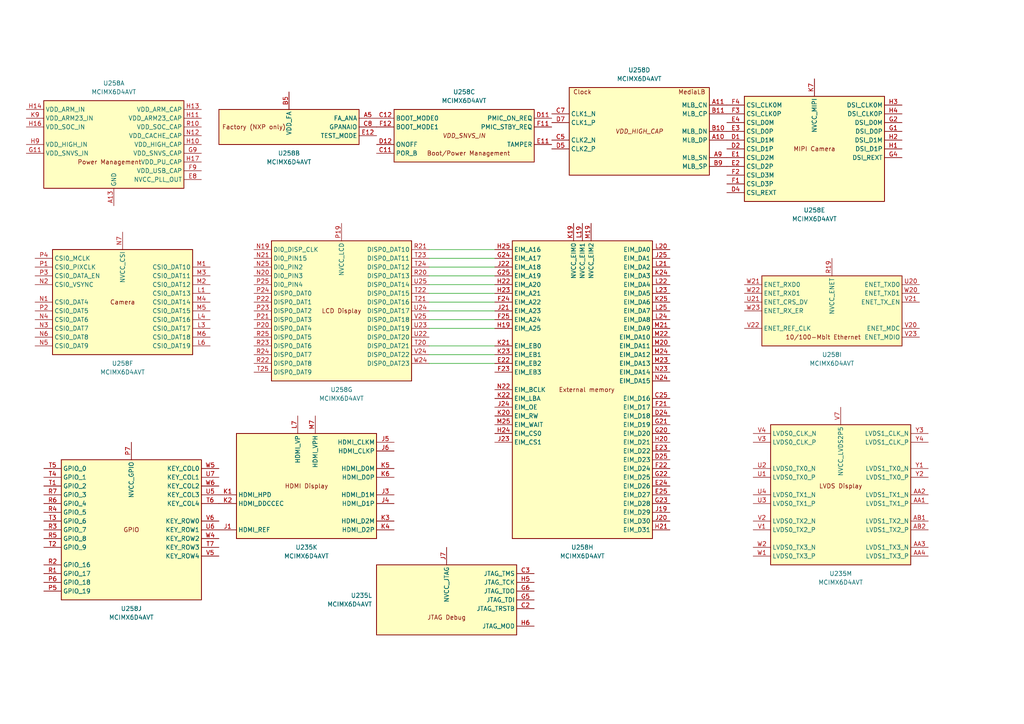
<source format=kicad_sch>
(kicad_sch (version 20250114) (generator "eeschema") (generator_version "9.0")
  (paper "A4")
  (wire (pts (xy 143.51 74.93) (xy 124.46 74.93)))
  (wire (pts (xy 143.51 72.39) (xy 124.46 72.39)))
  (wire (pts (xy 143.51 105.41) (xy 124.46 105.41)))
  (wire (pts (xy 143.51 100.33) (xy 124.46 100.33)))
  (wire (pts (xy 143.51 92.71) (xy 124.46 92.71)))
  (wire (pts (xy 143.51 80.01) (xy 124.46 80.01)))
  (wire (pts (xy 143.51 95.25) (xy 124.46 95.25)))
  (wire (pts (xy 143.51 85.09) (xy 124.46 85.09)))
  (wire (pts (xy 143.51 102.87) (xy 124.46 102.87)))
  (wire (pts (xy 143.51 90.17) (xy 124.46 90.17)))
  (wire (pts (xy 143.51 77.47) (xy 124.46 77.47)))
  (wire (pts (xy 143.51 87.63) (xy 124.46 87.63)))
  (wire (pts (xy 143.51 82.55) (xy 124.46 82.55)))
  (symbol (lib_id "CPU_NXP_IMX:MCIMX6D4AVT") (at 83.82 36.83 0) (unit 2)
    (property "Reference" "U258" (at 83.82 44.45 0))
    (property "Value" "MCIMX6D4AVT" (at 83.82 46.99 0))
    (property "Footprint" "Package_BGA:BGA-624_21x21mm_Layout25x25_P0.8mm" (effects (hide yes)))
    (property "Datasheet" "https://www.nxp.com/docs/en/data-sheet/IMX6DQAEC.pdf" (effects (hide yes)))
    (property "Description" "i.MX 6Dual Automotive and Infotainment Application Processor, BGA-624" (effects (hide yes)))
  )
  (symbol (lib_id "CPU_NXP_IMX:MCIMX6D4AVT") (at 35.56 87.63 0) (unit 6)
    (property "Reference" "U258" (at 35.56 105.41 0))
    (property "Value" "MCIMX6D4AVT" (at 35.56 107.95 0))
    (property "Footprint" "Package_BGA:BGA-624_21x21mm_Layout25x25_P0.8mm" (effects (hide yes)))
    (property "Datasheet" "https://www.nxp.com/docs/en/data-sheet/IMX6DQAEC.pdf" (effects (hide yes)))
    (property "Description" "i.MX 6Dual Automotive and Infotainment Application Processor, BGA-624" (effects (hide yes)))
  )
  (symbol (lib_id "CPU_NXP_IMX:MCIMX6D4AVT") (at 129.54 173.99 0) (unit 12)
    (property "Reference" "U235" (at 107.95 172.7199 0) (effects (justify right)))
    (property "Value" "MCIMX6D4AVT" (at 107.95 175.2599 0) (effects (justify right)))
    (property "Footprint" "Package_BGA:BGA-624_21x21mm_Layout25x25_P0.8mm" (effects (hide yes)))
    (property "Datasheet" "https://www.nxp.com/docs/en/data-sheet/IMX6DQAEC.pdf" (effects (hide yes)))
    (property "Description" "i.MX 6Dual Automotive and Infotainment Application Processor, BGA-624" (effects (hide yes)))
  )
  (symbol (lib_id "CPU_NXP_IMX:MCIMX6D4AVT") (at 168.91 113.03 0) (unit 8)
    (property "Reference" "U258" (at 168.91 158.75 0))
    (property "Value" "MCIMX6D4AVT" (at 168.91 161.29 0))
    (property "Footprint" "Package_BGA:BGA-624_21x21mm_Layout25x25_P0.8mm" (effects (hide yes)))
    (property "Datasheet" "https://www.nxp.com/docs/en/data-sheet/IMX6DQAEC.pdf" (effects (hide yes)))
    (property "Description" "i.MX 6Dual Automotive and Infotainment Application Processor, BGA-624" (effects (hide yes)))
  )
  (symbol (lib_id "CPU_NXP_IMX:MCIMX6D4AVT") (at 243.84 143.51 0) (unit 13)
    (property "Reference" "U235" (at 243.84 166.37 0))
    (property "Value" "MCIMX6D4AVT" (at 243.84 168.91 0))
    (property "Footprint" "Package_BGA:BGA-624_21x21mm_Layout25x25_P0.8mm" (effects (hide yes)))
    (property "Datasheet" "https://www.nxp.com/docs/en/data-sheet/IMX6DQAEC.pdf" (effects (hide yes)))
    (property "Description" "i.MX 6Dual Automotive and Infotainment Application Processor, BGA-624" (effects (hide yes)))
  )
  (symbol (lib_id "CPU_NXP_IMX:MCIMX6D4AVT") (at 241.3 90.17 0) (unit 9)
    (property "Reference" "U258" (at 241.3 102.87 0))
    (property "Value" "MCIMX6D4AVT" (at 241.3 105.41 0))
    (property "Footprint" "Package_BGA:BGA-624_21x21mm_Layout25x25_P0.8mm" (effects (hide yes)))
    (property "Datasheet" "https://www.nxp.com/docs/en/data-sheet/IMX6DQAEC.pdf" (effects (hide yes)))
    (property "Description" "i.MX 6Dual Automotive and Infotainment Application Processor, BGA-624" (effects (hide yes)))
  )
  (symbol (lib_id "CPU_NXP_IMX:MCIMX6D4AVT") (at 185.42 38.1 0) (unit 4)
    (property "Reference" "U258" (at 185.42 20.32 0))
    (property "Value" "MCIMX6D4AVT" (at 185.42 22.86 0))
    (property "Footprint" "Package_BGA:BGA-624_21x21mm_Layout25x25_P0.8mm" (effects (hide yes)))
    (property "Datasheet" "https://www.nxp.com/docs/en/data-sheet/IMX6DQAEC.pdf" (effects (hide yes)))
    (property "Description" "i.MX 6Dual Automotive and Infotainment Application Processor, BGA-624" (effects (hide yes)))
  )
  (symbol (lib_id "CPU_NXP_IMX:MCIMX6D4AVT") (at 88.9 140.97 0) (unit 11)
    (property "Reference" "U235" (at 88.9 158.75 0))
    (property "Value" "MCIMX6D4AVT" (at 88.9 161.29 0))
    (property "Footprint" "Package_BGA:BGA-624_21x21mm_Layout25x25_P0.8mm" (effects (hide yes)))
    (property "Datasheet" "https://www.nxp.com/docs/en/data-sheet/IMX6DQAEC.pdf" (effects (hide yes)))
    (property "Description" "i.MX 6Dual Automotive and Infotainment Application Processor, BGA-624" (effects (hide yes)))
  )
  (symbol (lib_id "CPU_NXP_IMX:MCIMX6D4AVT") (at 236.22 43.18 0) (unit 5)
    (property "Reference" "U258" (at 236.22 60.96 0))
    (property "Value" "MCIMX6D4AVT" (at 236.22 63.5 0))
    (property "Footprint" "Package_BGA:BGA-624_21x21mm_Layout25x25_P0.8mm" (effects (hide yes)))
    (property "Datasheet" "https://www.nxp.com/docs/en/data-sheet/IMX6DQAEC.pdf" (effects (hide yes)))
    (property "Description" "i.MX 6Dual Automotive and Infotainment Application Processor, BGA-624" (effects (hide yes)))
  )
  (symbol (lib_id "CPU_NXP_IMX:MCIMX6D4AVT") (at 99.06 90.17 0) (unit 7)
    (property "Reference" "U258" (at 99.06 113.03 0))
    (property "Value" "MCIMX6D4AVT" (at 99.06 115.57 0))
    (property "Footprint" "Package_BGA:BGA-624_21x21mm_Layout25x25_P0.8mm" (effects (hide yes)))
    (property "Datasheet" "https://www.nxp.com/docs/en/data-sheet/IMX6DQAEC.pdf" (effects (hide yes)))
    (property "Description" "i.MX 6Dual Automotive and Infotainment Application Processor, BGA-624" (effects (hide yes)))
  )
  (symbol (lib_id "CPU_NXP_IMX:MCIMX6D4AVT") (at 38.1 153.67 0) (unit 10)
    (property "Reference" "U258" (at 38.1 176.53 0))
    (property "Value" "MCIMX6D4AVT" (at 38.1 179.07 0))
    (property "Footprint" "Package_BGA:BGA-624_21x21mm_Layout25x25_P0.8mm" (effects (hide yes)))
    (property "Datasheet" "https://www.nxp.com/docs/en/data-sheet/IMX6DQAEC.pdf" (effects (hide yes)))
    (property "Description" "i.MX 6Dual Automotive and Infotainment Application Processor, BGA-624" (effects (hide yes)))
  )
  (symbol (lib_id "CPU_NXP_IMX:MCIMX6D4AVT") (at 134.62 39.37 0) (unit 3)
    (property "Reference" "U258" (at 134.62 26.67 0))
    (property "Value" "MCIMX6D4AVT" (at 134.62 29.21 0))
    (property "Footprint" "Package_BGA:BGA-624_21x21mm_Layout25x25_P0.8mm" (effects (hide yes)))
    (property "Datasheet" "https://www.nxp.com/docs/en/data-sheet/IMX6DQAEC.pdf" (effects (hide yes)))
    (property "Description" "i.MX 6Dual Automotive and Infotainment Application Processor, BGA-624" (effects (hide yes)))
  )
  (symbol (lib_id "CPU_NXP_IMX:MCIMX6D4AVT") (at 33.02 41.91 0) (unit 1)
    (property "Reference" "U258" (at 33.02 24.13 0))
    (property "Value" "MCIMX6D4AVT" (at 33.02 26.67 0))
    (property "Footprint" "Package_BGA:BGA-624_21x21mm_Layout25x25_P0.8mm" (effects (hide yes)))
    (property "Datasheet" "https://www.nxp.com/docs/en/data-sheet/IMX6DQAEC.pdf" (effects (hide yes)))
    (property "Description" "i.MX 6Dual Automotive and Infotainment Application Processor, BGA-624" (effects (hide yes)))
  )
)
</source>
